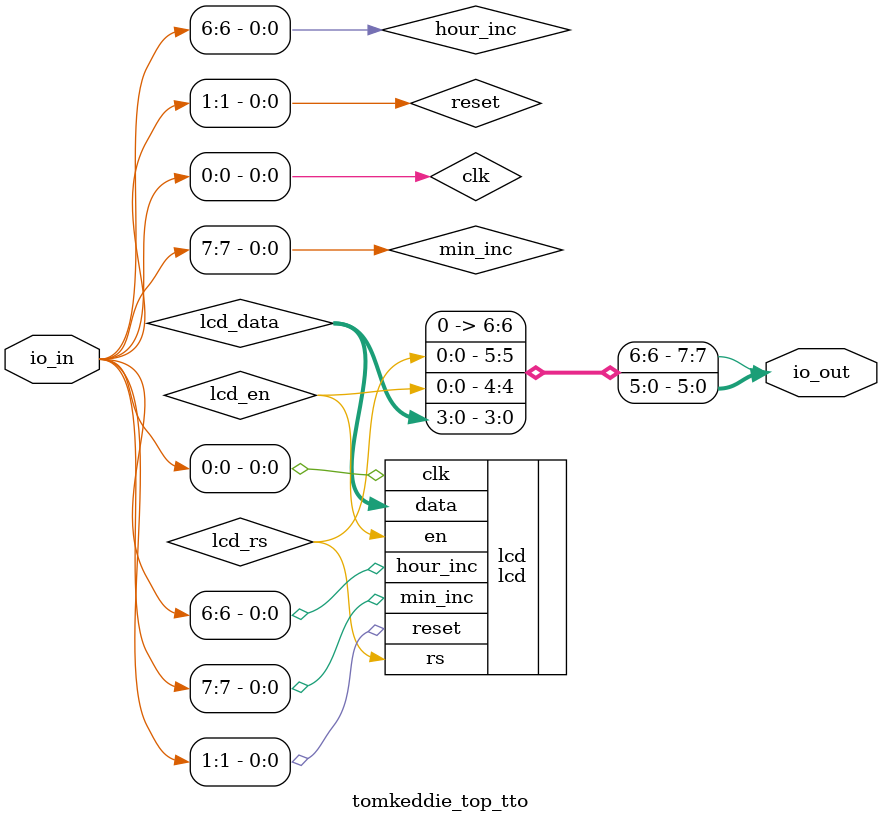
<source format=v>
`default_nettype none

module tomkeddie_top_tto
  #(parameter CLOCK_RATE=1000)
  (
   input [7:0]  io_in,
   output [7:0] io_out
   );
  
  wire                      clk   = io_in[0];
  wire                      reset = io_in[1];
  wire                      hour_inc = io_in[6];
  wire                      min_inc  = io_in[7];
  wire                      uart_tx_pin;
  wire                      lcd_en;
  wire                      lcd_rs;
  wire               [3:0]  lcd_data;

  assign io_out[0] = lcd_data[0];
  assign io_out[1] = lcd_data[1];
  assign io_out[2] = lcd_data[2];
  assign io_out[3] = lcd_data[3];
  assign io_out[4] = lcd_en;
  assign io_out[5] = lcd_rs;
  assign io_out[7] = 0; // uart_tx_pin;

  // instatiate lcd
  lcd lcd(.clk(clk), .reset(reset), .hour_inc(hour_inc), .min_inc(min_inc), .en(lcd_en), .rs(lcd_rs), .data(lcd_data));
  
endmodule

</source>
